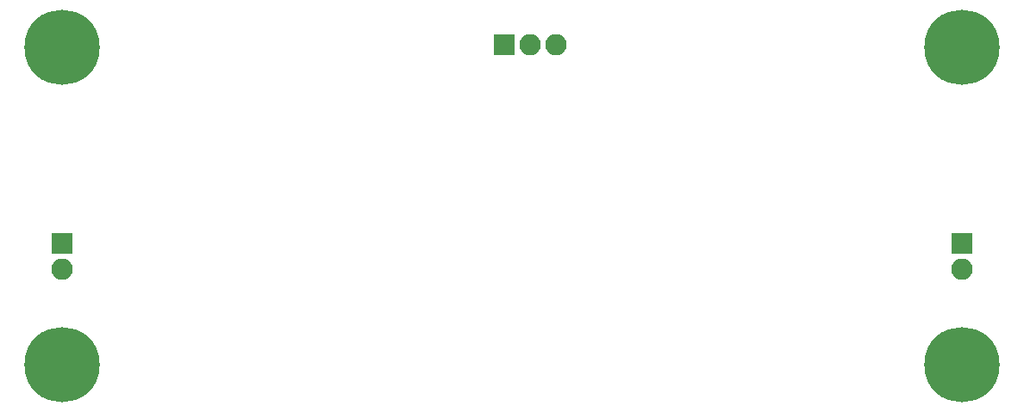
<source format=gbs>
G04 #@! TF.FileFunction,Soldermask,Bot*
%FSLAX46Y46*%
G04 Gerber Fmt 4.6, Leading zero omitted, Abs format (unit mm)*
G04 Created by KiCad (PCBNEW 4.0.6-e0-6349~53~ubuntu14.04.1) date Mon Jul  3 07:26:06 2017*
%MOMM*%
%LPD*%
G01*
G04 APERTURE LIST*
%ADD10C,0.100000*%
%ADD11C,7.400000*%
%ADD12R,2.100000X2.100000*%
%ADD13O,2.100000X2.100000*%
G04 APERTURE END LIST*
D10*
D11*
X196469000Y-115824000D03*
X196469000Y-84582000D03*
X108077000Y-115824000D03*
X108077000Y-84582000D03*
D12*
X151511000Y-84328000D03*
D13*
X154051000Y-84328000D03*
X156591000Y-84328000D03*
D12*
X108077000Y-103886000D03*
D13*
X108077000Y-106426000D03*
D12*
X196469000Y-103886000D03*
D13*
X196469000Y-106426000D03*
M02*

</source>
